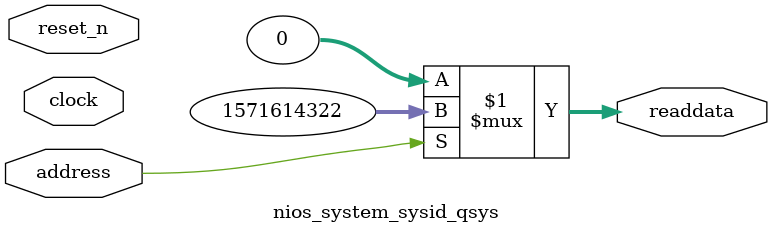
<source format=v>



// synthesis translate_off
`timescale 1ns / 1ps
// synthesis translate_on

// turn off superfluous verilog processor warnings 
// altera message_level Level1 
// altera message_off 10034 10035 10036 10037 10230 10240 10030 

module nios_system_sysid_qsys (
               // inputs:
                address,
                clock,
                reset_n,

               // outputs:
                readdata
             )
;

  output  [ 31: 0] readdata;
  input            address;
  input            clock;
  input            reset_n;

  wire    [ 31: 0] readdata;
  //control_slave, which is an e_avalon_slave
  assign readdata = address ? 1571614322 : 0;

endmodule



</source>
